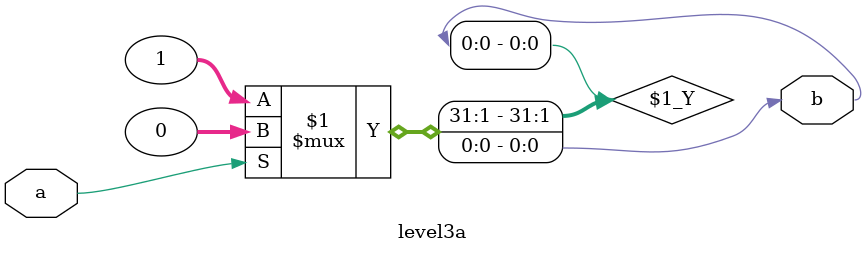
<source format=v>
module level3a(
  input  wire a,
  output wire b
);

assign b = a ? 0 : 1;

endmodule

</source>
